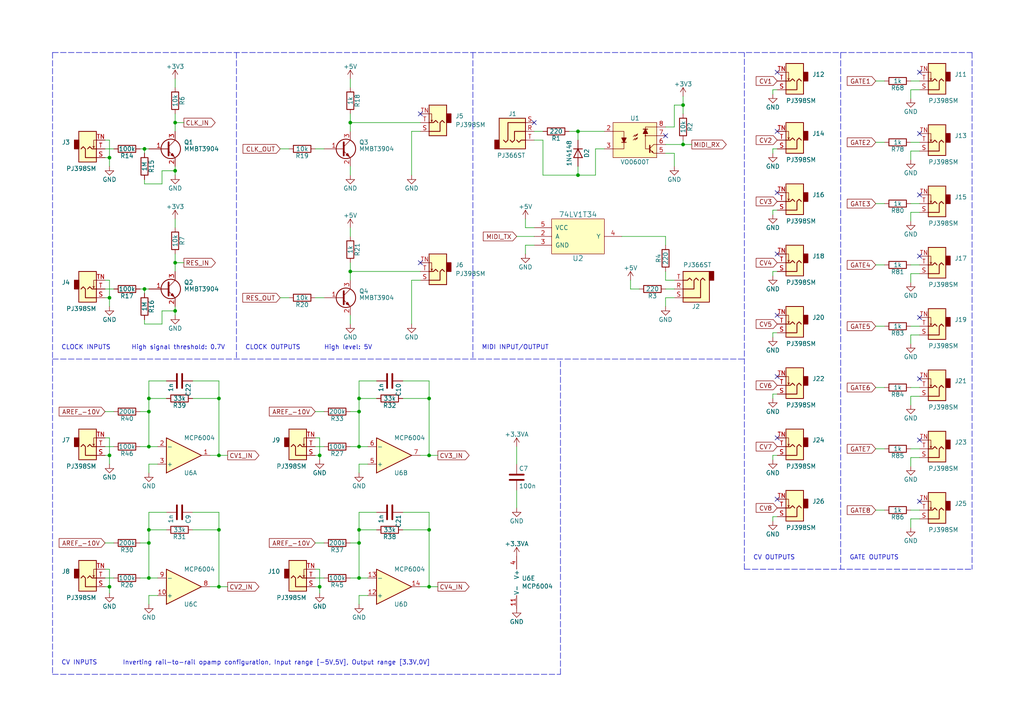
<source format=kicad_sch>
(kicad_sch (version 20211123) (generator eeschema)
  (paper "A4")
  (title_block (title "PER|FORMER eurorack sequencer") (date "2018-10-09") (rev "1.0") (company "westlicht") (comment 1 "cc-by-nc-sa"))
  (junction (at 124.46 170.18))
  (junction (at 63.5 153.67))
  (junction (at 104.14 115.57))
  (junction (at 198.12 41.91))
  (junction (at 104.14 153.67))
  (junction (at 50.8 49.53))
  (junction (at 101.6 78.74))
  (junction (at 31.75 132.08))
  (junction (at 31.75 45.72))
  (junction (at 92.71 132.08))
  (junction (at 167.64 38.1))
  (junction (at 50.8 35.56))
  (junction (at 43.18 129.54))
  (junction (at 43.18 115.57))
  (junction (at 50.8 76.2))
  (junction (at 124.46 115.57))
  (junction (at 63.5 170.18))
  (junction (at 198.12 30.48))
  (junction (at 43.18 153.67))
  (junction (at 41.91 83.82))
  (junction (at 92.71 170.18))
  (junction (at 124.46 153.67))
  (junction (at 104.14 167.64))
  (junction (at 104.14 119.38))
  (junction (at 31.75 86.36))
  (junction (at 43.18 167.64))
  (junction (at 50.8 90.17))
  (junction (at 43.18 119.38))
  (junction (at 167.64 50.8))
  (junction (at 124.46 132.08))
  (junction (at 63.5 115.57))
  (junction (at 101.6 35.56))
  (junction (at 31.75 170.18))
  (junction (at 104.14 129.54))
  (junction (at 104.14 157.48))
  (junction (at 41.91 43.18))
  (junction (at 63.5 132.08))
  (junction (at 43.18 157.48))
  (no_connect (at 266.7 127.635))
  (no_connect (at 225.425 38.1))
  (no_connect (at 225.425 20.955))
  (no_connect (at 225.425 91.44))
  (no_connect (at 225.425 109.22))
  (no_connect (at 121.92 76.2))
  (no_connect (at 266.7 74.295))
  (no_connect (at 266.7 56.515))
  (no_connect (at 266.7 92.075))
  (no_connect (at 225.425 73.66))
  (no_connect (at 266.7 109.855))
  (no_connect (at 225.425 127))
  (no_connect (at 225.425 144.78))
  (no_connect (at 121.92 33.02))
  (no_connect (at 225.425 55.88))
  (no_connect (at 154.94 35.56))
  (no_connect (at 266.7 38.735))
  (no_connect (at 266.7 145.415))
  (no_connect (at 193.04 39.37))
  (no_connect (at 266.7 20.955))
  (wire (pts (xy 43.18 148.59) (xy 43.18 153.67)))
  (wire (pts (xy 254 59.055) (xy 256.54 59.055)))
  (wire (pts (xy 165.1 38.1) (xy 167.64 38.1)))
  (wire (pts (xy 50.8 49.53) (xy 50.8 50.8)))
  (wire (pts (xy 43.18 115.57) (xy 43.18 119.38)))
  (wire (pts (xy 104.14 153.67) (xy 104.14 157.48)))
  (wire (pts (xy 31.75 45.72) (xy 31.75 40.64)))
  (wire (pts (xy 172.72 50.8) (xy 172.72 43.18)))
  (polyline (pts (xy 15.24 104.14) (xy 215.9 104.14)))
  (wire (pts (xy 101.6 129.54) (xy 104.14 129.54)))
  (wire (pts (xy 152.4 71.12) (xy 152.4 73.66)))
  (wire (pts (xy 266.7 61.595) (xy 264.16 61.595)))
  (wire (pts (xy 104.14 172.72) (xy 104.14 175.26)))
  (wire (pts (xy 50.8 76.2) (xy 53.34 76.2)))
  (wire (pts (xy 224.155 133.35) (xy 224.155 132.08)))
  (wire (pts (xy 116.84 153.67) (xy 124.46 153.67)))
  (wire (pts (xy 93.98 119.38) (xy 91.44 119.38)))
  (wire (pts (xy 157.48 50.8) (xy 167.64 50.8)))
  (wire (pts (xy 224.155 43.18) (xy 225.425 43.18)))
  (wire (pts (xy 41.91 53.34) (xy 41.91 52.07)))
  (wire (pts (xy 50.8 35.56) (xy 50.8 38.1)))
  (wire (pts (xy 63.5 153.67) (xy 63.5 170.18)))
  (wire (pts (xy 104.14 119.38) (xy 104.14 129.54)))
  (wire (pts (xy 31.75 132.08) (xy 31.75 134.62)))
  (wire (pts (xy 101.6 78.74) (xy 101.6 81.28)))
  (wire (pts (xy 104.14 110.49) (xy 104.14 115.57)))
  (wire (pts (xy 264.16 97.155) (xy 264.16 99.695)))
  (wire (pts (xy 154.94 71.12) (xy 152.4 71.12)))
  (wire (pts (xy 198.12 30.48) (xy 198.12 33.02)))
  (wire (pts (xy 93.98 157.48) (xy 91.44 157.48)))
  (wire (pts (xy 43.18 153.67) (xy 48.26 153.67)))
  (wire (pts (xy 266.7 112.395) (xy 264.16 112.395)))
  (wire (pts (xy 46.99 90.17) (xy 50.8 90.17)))
  (wire (pts (xy 45.72 134.62) (xy 43.18 134.62)))
  (wire (pts (xy 264.16 132.715) (xy 264.16 135.255)))
  (wire (pts (xy 40.64 43.18) (xy 41.91 43.18)))
  (wire (pts (xy 152.4 66.04) (xy 152.4 63.5)))
  (wire (pts (xy 224.155 78.74) (xy 225.425 78.74)))
  (wire (pts (xy 266.7 150.495) (xy 264.16 150.495)))
  (wire (pts (xy 167.64 50.8) (xy 172.72 50.8)))
  (wire (pts (xy 31.75 132.08) (xy 31.75 127)))
  (wire (pts (xy 266.7 43.815) (xy 264.16 43.815)))
  (wire (pts (xy 116.84 148.59) (xy 124.46 148.59)))
  (polyline (pts (xy 68.58 15.24) (xy 68.58 104.14)))
  (wire (pts (xy 264.16 43.815) (xy 264.16 46.355)))
  (wire (pts (xy 91.44 170.18) (xy 92.71 170.18)))
  (wire (pts (xy 43.18 172.72) (xy 43.18 175.26)))
  (wire (pts (xy 193.04 68.58) (xy 193.04 71.12)))
  (polyline (pts (xy 15.24 15.24) (xy 281.94 15.24)))
  (wire (pts (xy 41.91 43.18) (xy 43.18 43.18)))
  (wire (pts (xy 43.18 157.48) (xy 43.18 167.64)))
  (wire (pts (xy 172.72 43.18) (xy 175.26 43.18)))
  (wire (pts (xy 264.16 61.595) (xy 264.16 64.135)))
  (wire (pts (xy 266.7 147.955) (xy 264.16 147.955)))
  (wire (pts (xy 104.14 167.64) (xy 106.68 167.64)))
  (wire (pts (xy 30.48 132.08) (xy 31.75 132.08)))
  (wire (pts (xy 101.6 48.26) (xy 101.6 50.8)))
  (wire (pts (xy 195.58 44.45) (xy 195.58 48.26)))
  (wire (pts (xy 31.75 86.36) (xy 31.75 81.28)))
  (wire (pts (xy 264.16 79.375) (xy 264.16 81.915)))
  (wire (pts (xy 50.8 22.86) (xy 50.8 25.4)))
  (wire (pts (xy 266.7 130.175) (xy 264.16 130.175)))
  (wire (pts (xy 40.64 167.64) (xy 43.18 167.64)))
  (wire (pts (xy 149.86 129.54) (xy 149.86 134.62)))
  (wire (pts (xy 254 23.495) (xy 256.54 23.495)))
  (wire (pts (xy 119.38 38.1) (xy 119.38 50.8)))
  (polyline (pts (xy 15.24 15.24) (xy 15.24 195.58)))
  (wire (pts (xy 31.75 81.28) (xy 30.48 81.28)))
  (wire (pts (xy 266.7 114.935) (xy 264.16 114.935)))
  (wire (pts (xy 198.12 41.91) (xy 200.66 41.91)))
  (wire (pts (xy 104.14 115.57) (xy 109.22 115.57)))
  (wire (pts (xy 224.155 62.23) (xy 224.155 60.96)))
  (wire (pts (xy 195.58 81.28) (xy 193.04 81.28)))
  (polyline (pts (xy 281.94 15.24) (xy 281.94 165.1)))
  (wire (pts (xy 101.6 119.38) (xy 104.14 119.38)))
  (wire (pts (xy 55.88 153.67) (xy 63.5 153.67)))
  (polyline (pts (xy 162.56 195.58) (xy 162.56 104.14)))
  (wire (pts (xy 91.44 86.36) (xy 93.98 86.36)))
  (polyline (pts (xy 243.84 15.24) (xy 243.84 165.1)))
  (wire (pts (xy 81.28 43.18) (xy 83.82 43.18)))
  (wire (pts (xy 101.6 157.48) (xy 104.14 157.48)))
  (wire (pts (xy 157.48 40.64) (xy 157.48 50.8)))
  (wire (pts (xy 154.94 66.04) (xy 152.4 66.04)))
  (wire (pts (xy 31.75 165.1) (xy 30.48 165.1)))
  (wire (pts (xy 31.75 170.18) (xy 31.75 165.1)))
  (wire (pts (xy 50.8 90.17) (xy 50.8 91.44)))
  (wire (pts (xy 92.71 170.18) (xy 92.71 165.1)))
  (wire (pts (xy 224.155 97.79) (xy 224.155 96.52)))
  (wire (pts (xy 31.75 127) (xy 30.48 127)))
  (wire (pts (xy 40.64 157.48) (xy 43.18 157.48)))
  (wire (pts (xy 91.44 129.54) (xy 93.98 129.54)))
  (wire (pts (xy 266.7 97.155) (xy 264.16 97.155)))
  (wire (pts (xy 92.71 127) (xy 91.44 127)))
  (polyline (pts (xy 215.9 165.1) (xy 215.9 15.24)))
  (wire (pts (xy 266.7 26.035) (xy 264.16 26.035)))
  (wire (pts (xy 55.88 115.57) (xy 63.5 115.57)))
  (wire (pts (xy 101.6 35.56) (xy 121.92 35.56)))
  (wire (pts (xy 254 76.835) (xy 256.54 76.835)))
  (wire (pts (xy 50.8 63.5) (xy 50.8 66.04)))
  (wire (pts (xy 101.6 22.86) (xy 101.6 25.4)))
  (wire (pts (xy 116.84 110.49) (xy 124.46 110.49)))
  (wire (pts (xy 91.44 132.08) (xy 92.71 132.08)))
  (wire (pts (xy 30.48 129.54) (xy 33.02 129.54)))
  (wire (pts (xy 46.99 49.53) (xy 50.8 49.53)))
  (wire (pts (xy 266.7 23.495) (xy 264.16 23.495)))
  (wire (pts (xy 224.155 132.08) (xy 225.425 132.08)))
  (wire (pts (xy 31.75 86.36) (xy 31.75 88.9)))
  (wire (pts (xy 91.44 167.64) (xy 93.98 167.64)))
  (wire (pts (xy 198.12 27.94) (xy 198.12 30.48)))
  (wire (pts (xy 41.91 83.82) (xy 43.18 83.82)))
  (wire (pts (xy 43.18 134.62) (xy 43.18 137.16)))
  (wire (pts (xy 45.72 172.72) (xy 43.18 172.72)))
  (wire (pts (xy 124.46 132.08) (xy 127 132.08)))
  (wire (pts (xy 224.155 27.305) (xy 224.155 26.035)))
  (wire (pts (xy 224.155 115.57) (xy 224.155 114.3)))
  (wire (pts (xy 60.96 170.18) (xy 63.5 170.18)))
  (wire (pts (xy 104.14 153.67) (xy 109.22 153.67)))
  (wire (pts (xy 41.91 93.98) (xy 46.99 93.98)))
  (wire (pts (xy 167.64 50.8) (xy 167.64 48.26)))
  (wire (pts (xy 46.99 53.34) (xy 46.99 49.53)))
  (wire (pts (xy 101.6 33.02) (xy 101.6 35.56)))
  (wire (pts (xy 63.5 115.57) (xy 63.5 132.08)))
  (wire (pts (xy 31.75 45.72) (xy 31.75 48.26)))
  (wire (pts (xy 254 94.615) (xy 256.54 94.615)))
  (wire (pts (xy 101.6 78.74) (xy 121.92 78.74)))
  (wire (pts (xy 266.7 76.835) (xy 264.16 76.835)))
  (wire (pts (xy 63.5 170.18) (xy 66.04 170.18)))
  (wire (pts (xy 193.04 81.28) (xy 193.04 78.74)))
  (wire (pts (xy 50.8 33.02) (xy 50.8 35.56)))
  (wire (pts (xy 43.18 148.59) (xy 48.26 148.59)))
  (wire (pts (xy 41.91 53.34) (xy 46.99 53.34)))
  (wire (pts (xy 63.5 132.08) (xy 66.04 132.08)))
  (wire (pts (xy 101.6 66.04) (xy 101.6 68.58)))
  (wire (pts (xy 154.94 40.64) (xy 157.48 40.64)))
  (wire (pts (xy 92.71 132.08) (xy 92.71 127)))
  (wire (pts (xy 167.64 38.1) (xy 167.64 40.64)))
  (wire (pts (xy 30.48 167.64) (xy 33.02 167.64)))
  (wire (pts (xy 50.8 73.66) (xy 50.8 76.2)))
  (wire (pts (xy 63.5 110.49) (xy 63.5 115.57)))
  (wire (pts (xy 104.14 129.54) (xy 106.68 129.54)))
  (wire (pts (xy 121.92 38.1) (xy 119.38 38.1)))
  (wire (pts (xy 193.04 36.83) (xy 195.58 36.83)))
  (wire (pts (xy 43.18 110.49) (xy 43.18 115.57)))
  (wire (pts (xy 224.155 60.96) (xy 225.425 60.96)))
  (wire (pts (xy 266.7 59.055) (xy 264.16 59.055)))
  (wire (pts (xy 60.96 132.08) (xy 63.5 132.08)))
  (wire (pts (xy 30.48 83.82) (xy 33.02 83.82)))
  (wire (pts (xy 224.155 26.035) (xy 225.425 26.035)))
  (wire (pts (xy 195.58 83.82) (xy 193.04 83.82)))
  (wire (pts (xy 104.14 157.48) (xy 104.14 167.64)))
  (wire (pts (xy 266.7 94.615) (xy 264.16 94.615)))
  (wire (pts (xy 101.6 167.64) (xy 104.14 167.64)))
  (wire (pts (xy 224.155 44.45) (xy 224.155 43.18)))
  (wire (pts (xy 50.8 88.9) (xy 50.8 90.17)))
  (wire (pts (xy 41.91 93.98) (xy 41.91 92.71)))
  (wire (pts (xy 124.46 110.49) (xy 124.46 115.57)))
  (wire (pts (xy 92.71 132.08) (xy 92.71 133.35)))
  (wire (pts (xy 182.88 83.82) (xy 182.88 81.28)))
  (wire (pts (xy 116.84 115.57) (xy 124.46 115.57)))
  (wire (pts (xy 266.7 41.275) (xy 264.16 41.275)))
  (wire (pts (xy 40.64 83.82) (xy 41.91 83.82)))
  (wire (pts (xy 167.64 38.1) (xy 175.26 38.1)))
  (wire (pts (xy 101.6 76.2) (xy 101.6 78.74)))
  (wire (pts (xy 254 112.395) (xy 256.54 112.395)))
  (wire (pts (xy 106.68 172.72) (xy 104.14 172.72)))
  (wire (pts (xy 106.68 134.62) (xy 104.14 134.62)))
  (wire (pts (xy 104.14 134.62) (xy 104.14 137.16)))
  (wire (pts (xy 31.75 40.64) (xy 30.48 40.64)))
  (wire (pts (xy 119.38 81.28) (xy 119.38 93.98)))
  (wire (pts (xy 154.94 38.1) (xy 157.48 38.1)))
  (wire (pts (xy 55.88 110.49) (xy 63.5 110.49)))
  (wire (pts (xy 101.6 35.56) (xy 101.6 38.1)))
  (wire (pts (xy 33.02 157.48) (xy 30.48 157.48)))
  (wire (pts (xy 30.48 43.18) (xy 33.02 43.18)))
  (wire (pts (xy 104.14 148.59) (xy 109.22 148.59)))
  (wire (pts (xy 124.46 115.57) (xy 124.46 132.08)))
  (wire (pts (xy 224.155 114.3) (xy 225.425 114.3)))
  (wire (pts (xy 264.16 26.035) (xy 264.16 28.575)))
  (wire (pts (xy 46.99 93.98) (xy 46.99 90.17)))
  (wire (pts (xy 104.14 148.59) (xy 104.14 153.67)))
  (wire (pts (xy 124.46 170.18) (xy 127 170.18)))
  (wire (pts (xy 149.86 142.24) (xy 149.86 147.32)))
  (wire (pts (xy 50.8 35.56) (xy 53.34 35.56)))
  (wire (pts (xy 185.42 83.82) (xy 182.88 83.82)))
  (wire (pts (xy 254 130.175) (xy 256.54 130.175)))
  (wire (pts (xy 224.155 149.86) (xy 225.425 149.86)))
  (wire (pts (xy 121.92 170.18) (xy 124.46 170.18)))
  (wire (pts (xy 195.58 86.36) (xy 193.04 86.36)))
  (wire (pts (xy 30.48 45.72) (xy 31.75 45.72)))
  (wire (pts (xy 30.48 170.18) (xy 31.75 170.18)))
  (wire (pts (xy 254 41.275) (xy 256.54 41.275)))
  (wire (pts (xy 43.18 167.64) (xy 45.72 167.64)))
  (wire (pts (xy 149.86 68.58) (xy 154.94 68.58)))
  (wire (pts (xy 180.34 68.58) (xy 193.04 68.58)))
  (wire (pts (xy 31.75 170.18) (xy 31.75 172.085)))
  (wire (pts (xy 40.64 129.54) (xy 43.18 129.54)))
  (wire (pts (xy 43.18 115.57) (xy 48.26 115.57)))
  (wire (pts (xy 198.12 40.64) (xy 198.12 41.91)))
  (wire (pts (xy 81.28 86.36) (xy 83.82 86.36)))
  (wire (pts (xy 224.155 151.13) (xy 224.155 149.86)))
  (wire (pts (xy 224.155 96.52) (xy 225.425 96.52)))
  (wire (pts (xy 124.46 148.59) (xy 124.46 153.67)))
  (wire (pts (xy 104.14 115.57) (xy 104.14 119.38)))
  (wire (pts (xy 101.6 91.44) (xy 101.6 93.98)))
  (wire (pts (xy 193.04 44.45) (xy 195.58 44.45)))
  (wire (pts (xy 43.18 153.67) (xy 43.18 157.48)))
  (wire (pts (xy 195.58 36.83) (xy 195.58 30.48)))
  (wire (pts (xy 43.18 129.54) (xy 45.72 129.54)))
  (wire (pts (xy 193.04 86.36) (xy 193.04 88.9)))
  (wire (pts (xy 121.92 132.08) (xy 124.46 132.08)))
  (wire (pts (xy 104.14 110.49) (xy 109.22 110.49)))
  (wire (pts (xy 33.02 119.38) (xy 30.48 119.38)))
  (wire (pts (xy 266.7 79.375) (xy 264.16 79.375)))
  (wire (pts (xy 266.7 132.715) (xy 264.16 132.715)))
  (wire (pts (xy 50.8 76.2) (xy 50.8 78.74)))
  (wire (pts (xy 195.58 30.48) (xy 198.12 30.48)))
  (wire (pts (xy 43.18 119.38) (xy 43.18 129.54)))
  (wire (pts (xy 224.155 80.01) (xy 224.155 78.74)))
  (polyline (pts (xy 15.24 195.58) (xy 162.56 195.58)))
  (wire (pts (xy 121.92 81.28) (xy 119.38 81.28)))
  (wire (pts (xy 92.71 170.18) (xy 92.71 172.085)))
  (wire (pts (xy 63.5 148.59) (xy 63.5 153.67)))
  (wire (pts (xy 30.48 86.36) (xy 31.75 86.36)))
  (wire (pts (xy 43.18 110.49) (xy 48.26 110.49)))
  (polyline (pts (xy 137.16 15.24) (xy 137.16 104.14)))
  (wire (pts (xy 55.88 148.59) (xy 63.5 148.59)))
  (wire (pts (xy 264.16 150.495) (xy 264.16 153.035)))
  (wire (pts (xy 91.44 43.18) (xy 93.98 43.18)))
  (wire (pts (xy 40.64 119.38) (xy 43.18 119.38)))
  (wire (pts (xy 124.46 153.67) (xy 124.46 170.18)))
  (wire (pts (xy 41.91 44.45) (xy 41.91 43.18)))
  (wire (pts (xy 264.16 114.935) (xy 264.16 117.475)))
  (wire (pts (xy 92.71 165.1) (xy 91.44 165.1)))
  (wire (pts (xy 193.04 41.91) (xy 198.12 41.91)))
  (wire (pts (xy 254 147.955) (xy 256.54 147.955)))
  (wire (pts (xy 41.91 85.09) (xy 41.91 83.82)))
  (polyline (pts (xy 215.9 165.1) (xy 281.94 165.1)))
  (wire (pts (xy 50.8 48.26) (xy 50.8 49.53)))
  (text "CLOCK INPUTS" (at 17.78 101.6 0) (effects (font (size 1.2954 1.2954)) (justify left bottom)))
  (text "MIDI INPUT/OUTPUT" (at 139.7 101.6 0) (effects (font (size 1.2954 1.2954)) (justify left bottom)))
  (text "CLOCK OUTPUTS" (at 71.12 101.6 0) (effects (font (size 1.2954 1.2954)) (justify left bottom)))
  (text "CV INPUTS" (at 17.78 193.04 0) (effects (font (size 1.2954 1.2954)) (justify left bottom)))
  (text "High level: 5V" (at 93.98 101.6 0) (effects (font (size 1.2954 1.2954)) (justify left bottom)))
  (text "Inverting rail-to-rail opamp configuration, Input range [-5V,5V], Output range [3.3V,0V]" (at 35.56 193.04 0) (effects (font (size 1.2954 1.2954)) (justify left bottom)))
  (text "High signal threshold: 0.7V" (at 38.1 101.6 0) (effects (font (size 1.2954 1.2954)) (justify left bottom)))
  (text "GATE OUTPUTS" (at 246.38 162.56 0) (effects (font (size 1.2954 1.2954)) (justify left bottom)))
  (text "CV OUTPUTS" (at 218.44 162.56 0) (effects (font (size 1.2954 1.2954)) (justify left bottom)))
  (global_label "CV1" (shape input) (at 225.425 23.495 180) (effects (font (size 1.2954 1.2954))) (property "Intersheet References" "${INTERSHEET_REFS}" (effects hide)))
  (global_label "GATE4" (shape input) (at 254 76.835 180) (effects (font (size 1.2954 1.2954))) (property "Intersheet References" "${INTERSHEET_REFS}" (effects hide)))
  (global_label "CV2_IN" (shape output) (at 66.04 170.18 0) (effects (font (size 1.2954 1.2954))) (property "Intersheet References" "${INTERSHEET_REFS}" (effects hide)))
  (global_label "CV3_IN" (shape output) (at 127 132.08 0) (effects (font (size 1.2954 1.2954))) (property "Intersheet References" "${INTERSHEET_REFS}" (effects hide)))
  (global_label "MIDI_TX" (shape input) (at 149.86 68.58 180) (effects (font (size 1.2954 1.2954))) (property "Intersheet References" "${INTERSHEET_REFS}" (effects hide)))
  (global_label "AREF_-10V" (shape input) (at 30.48 119.38 180) (effects (font (size 1.2954 1.2954))) (property "Intersheet References" "${INTERSHEET_REFS}" (effects hide)))
  (global_label "GATE3" (shape input) (at 254 59.055 180) (effects (font (size 1.2954 1.2954))) (property "Intersheet References" "${INTERSHEET_REFS}" (effects hide)))
  (global_label "RES_IN" (shape output) (at 53.34 76.2 0) (effects (font (size 1.2954 1.2954))) (property "Intersheet References" "${INTERSHEET_REFS}" (effects hide)))
  (global_label "GATE7" (shape input) (at 254 130.175 180) (effects (font (size 1.2954 1.2954))) (property "Intersheet References" "${INTERSHEET_REFS}" (effects hide)))
  (global_label "GATE5" (shape input) (at 254 94.615 180) (effects (font (size 1.2954 1.2954))) (property "Intersheet References" "${INTERSHEET_REFS}" (effects hide)))
  (global_label "CV3" (shape input) (at 225.425 58.42 180) (effects (font (size 1.2954 1.2954))) (property "Intersheet References" "${INTERSHEET_REFS}" (effects hide)))
  (global_label "GATE1" (shape input) (at 254 23.495 180) (effects (font (size 1.2954 1.2954))) (property "Intersheet References" "${INTERSHEET_REFS}" (effects hide)))
  (global_label "RES_OUT" (shape input) (at 81.28 86.36 180) (effects (font (size 1.2954 1.2954))) (property "Intersheet References" "${INTERSHEET_REFS}" (effects hide)))
  (global_label "CV5" (shape input) (at 225.425 93.98 180) (effects (font (size 1.2954 1.2954))) (property "Intersheet References" "${INTERSHEET_REFS}" (effects hide)))
  (global_label "CV4_IN" (shape output) (at 127 170.18 0) (effects (font (size 1.2954 1.2954))) (property "Intersheet References" "${INTERSHEET_REFS}" (effects hide)))
  (global_label "CLK_OUT" (shape input) (at 81.28 43.18 180) (effects (font (size 1.2954 1.2954))) (property "Intersheet References" "${INTERSHEET_REFS}" (effects hide)))
  (global_label "AREF_-10V" (shape input) (at 30.48 157.48 180) (effects (font (size 1.2954 1.2954))) (property "Intersheet References" "${INTERSHEET_REFS}" (effects hide)))
  (global_label "GATE6" (shape input) (at 254 112.395 180) (effects (font (size 1.2954 1.2954))) (property "Intersheet References" "${INTERSHEET_REFS}" (effects hide)))
  (global_label "GATE2" (shape input) (at 254 41.275 180) (effects (font (size 1.2954 1.2954))) (property "Intersheet References" "${INTERSHEET_REFS}" (effects hide)))
  (global_label "CV7" (shape input) (at 225.425 129.54 180) (effects (font (size 1.2954 1.2954))) (property "Intersheet References" "${INTERSHEET_REFS}" (effects hide)))
  (global_label "MIDI_RX" (shape output) (at 200.66 41.91 0) (effects (font (size 1.2954 1.2954))) (property "Intersheet References" "${INTERSHEET_REFS}" (effects hide)))
  (global_label "CV8" (shape input) (at 225.425 147.32 180) (effects (font (size 1.2954 1.2954))) (property "Intersheet References" "${INTERSHEET_REFS}" (effects hide)))
  (global_label "GATE8" (shape input) (at 254 147.955 180) (effects (font (size 1.2954 1.2954))) (property "Intersheet References" "${INTERSHEET_REFS}" (effects hide)))
  (global_label "CV6" (shape input) (at 225.425 111.76 180) (effects (font (size 1.2954 1.2954))) (property "Intersheet References" "${INTERSHEET_REFS}" (effects hide)))
  (global_label "AREF_-10V" (shape input) (at 91.44 157.48 180) (effects (font (size 1.2954 1.2954))) (property "Intersheet References" "${INTERSHEET_REFS}" (effects hide)))
  (global_label "CV1_IN" (shape output) (at 66.04 132.08 0) (effects (font (size 1.2954 1.2954))) (property "Intersheet References" "${INTERSHEET_REFS}" (effects hide)))
  (global_label "CLK_IN" (shape output) (at 53.34 35.56 0) (effects (font (size 1.2954 1.2954))) (property "Intersheet References" "${INTERSHEET_REFS}" (effects hide)))
  (global_label "CV2" (shape input) (at 225.425 40.64 180) (effects (font (size 1.2954 1.2954))) (property "Intersheet References" "${INTERSHEET_REFS}" (effects hide)))
  (global_label "AREF_-10V" (shape input) (at 91.44 119.38 180) (effects (font (size 1.2954 1.2954))) (property "Intersheet References" "${INTERSHEET_REFS}" (effects hide)))
  (global_label "CV4" (shape input) (at 225.425 76.2 180) (effects (font (size 1.2954 1.2954))) (property "Intersheet References" "${INTERSHEET_REFS}" (effects hide)))
  (symbol (lib_id "Transistor_BJT:MMBT3904") (at 48.26 43.18 0) (unit 1)
    (property "Reference" "Q1" (at 53.34 41.275 0) (effects (justify left)))
    (property "Value" "MMBT3904" (at 53.34 43.18 0) (effects (justify left)))
    (property "Footprint" "Package_TO_SOT_SMD:SOT-23" (effects hide))
    (property "Datasheet" "http://datasheet.octopart.com/MMBT3904LT1G-ON-Semiconductor-datasheet-11971584.pdf" (effects hide))
    (property "MFN" "ON Semiconductor" (effects hide))
    (property "MFP" "MMBT3904LT1G" (effects hide))
    (property "Package" "SOT-23" (effects hide))
  )
  (symbol (lib_id "power:GND") (at 31.75 48.26 0) (unit 1)
    (property "Reference" "#PWR073" (effects hide))
    (property "Value" "GND" (at 31.75 52.07 0))
  )
  (symbol (lib_id "Device:R") (at 36.83 43.18 270) (unit 1)
    (property "Reference" "R14" (at 36.83 45.212 90))
    (property "Value" "100k" (at 36.83 43.18 90))
    (property "Footprint" "w_resistor:R_0603" (effects hide))
    (property "Datasheet" "http://datasheet.octopart.com/ERJ-3EKF1003V-Panasonic-datasheet-82288794.pdf" (effects hide))
    (property "MFN" "Panasonic" (effects hide))
    (property "MFP" "ERJ-3EKF1003V" (effects hide))
    (property "Package" "0603" (effects hide))
  )
  (symbol (lib_id "power:GND") (at 50.8 50.8 0) (unit 1)
    (property "Reference" "#PWR074" (effects hide))
    (property "Value" "GND" (at 50.8 54.61 0))
  )
  (symbol (lib_id "Device:R") (at 50.8 29.21 0) (unit 1)
    (property "Reference" "R6" (at 52.832 29.21 90))
    (property "Value" "10k" (at 50.8 29.21 90))
    (property "Footprint" "w_resistor:R_0603" (effects hide))
    (property "Datasheet" "http://datasheet.octopart.com/ERJ-3EKF1002V-Panasonic-datasheet-13266541.pdf" (effects hide))
    (property "MFN" "Panasonic" (effects hide))
    (property "MFP" "ERJ-3EKF1002V" (effects hide))
    (property "Package" "0603" (effects hide))
  )
  (symbol (lib_id "power:+3.3V") (at 50.8 22.86 0) (unit 1)
    (property "Reference" "#PWR075" (effects hide))
    (property "Value" "+3.3V" (at 50.8 19.304 0))
  )
  (symbol (lib_id "Transistor_BJT:MMBT3904") (at 48.26 83.82 0) (unit 1)
    (property "Reference" "Q2" (at 53.34 81.915 0) (effects (justify left)))
    (property "Value" "MMBT3904" (at 53.34 83.82 0) (effects (justify left)))
    (property "Footprint" "Package_TO_SOT_SMD:SOT-23" (effects hide))
    (property "Datasheet" "http://datasheet.octopart.com/MMBT3904LT1G-ON-Semiconductor-datasheet-11971584.pdf" (effects hide))
    (property "MFN" "ON Semiconductor" (effects hide))
    (property "MFP" "MMBT3904LT1G" (effects hide))
    (property "Package" "SOT-23" (effects hide))
  )
  (symbol (lib_id "power:GND") (at 31.75 88.9 0) (unit 1)
    (property "Reference" "#PWR076" (effects hide))
    (property "Value" "GND" (at 31.75 92.71 0))
  )
  (symbol (lib_id "Device:R") (at 36.83 83.82 270) (unit 1)
    (property "Reference" "R17" (at 36.83 85.852 90))
    (property "Value" "100k" (at 36.83 83.82 90))
    (property "Footprint" "w_resistor:R_0603" (effects hide))
    (property "Datasheet" "http://datasheet.octopart.com/ERJ-3EKF1003V-Panasonic-datasheet-82288794.pdf" (effects hide))
    (property "MFN" "Panasonic" (effects hide))
    (property "MFP" "ERJ-3EKF1003V" (effects hide))
    (property "Package" "0603" (effects hide))
  )
  (symbol (lib_id "power:GND") (at 50.8 91.44 0) (unit 1)
    (property "Reference" "#PWR077" (effects hide))
    (property "Value" "GND" (at 50.8 95.25 0))
  )
  (symbol (lib_id "Device:R") (at 50.8 69.85 0) (unit 1)
    (property "Reference" "R7" (at 52.832 69.85 90))
    (property "Value" "10k" (at 50.8 69.85 90))
    (property "Footprint" "w_resistor:R_0603" (effects hide))
    (property "Datasheet" "http://datasheet.octopart.com/ERJ-3EKF1002V-Panasonic-datasheet-13266541.pdf" (effects hide))
    (property "MFN" "Panasonic" (effects hide))
    (property "MFP" "ERJ-3EKF1002V" (effects hide))
    (property "Package" "0603" (effects hide))
  )
  (symbol (lib_id "power:+3.3V") (at 50.8 63.5 0) (unit 1)
    (property "Reference" "#PWR078" (effects hide))
    (property "Value" "+3.3V" (at 50.8 59.944 0))
  )
  (symbol (lib_id "power:GND") (at 119.38 50.8 0) (unit 1)
    (property "Reference" "#PWR079" (effects hide))
    (property "Value" "GND" (at 119.38 54.61 0))
  )
  (symbol (lib_id "Transistor_BJT:MMBT3904") (at 99.06 43.18 0) (unit 1)
    (property "Reference" "Q3" (at 104.14 41.275 0) (effects (justify left)))
    (property "Value" "MMBT3904" (at 104.14 43.18 0) (effects (justify left)))
    (property "Footprint" "Package_TO_SOT_SMD:SOT-23" (effects hide))
    (property "Datasheet" "http://datasheet.octopart.com/MMBT3904LT1G-ON-Semiconductor-datasheet-11971584.pdf" (effects hide))
    (property "MFN" "ON Semiconductor" (effects hide))
    (property "MFP" "MMBT3904LT1G" (effects hide))
    (property "Package" "SOT-23" (effects hide))
  )
  (symbol (lib_id "Device:R") (at 101.6 29.21 0) (unit 1)
    (property "Reference" "R18" (at 103.632 29.21 90))
    (property "Value" "1k" (at 101.6 29.21 90))
    (property "Footprint" "w_resistor:R_0603" (effects hide))
    (property "Datasheet" "http://datasheet.octopart.com/ERJ-3EKF1001V-Panasonic-datasheet-82288794.pdf" (effects hide))
    (property "MFN" "Panasonic" (effects hide))
    (property "MFP" "ERJ-3EKF1001V" (effects hide))
    (property "Package" "0603" (effects hide))
  )
  (symbol (lib_id "power:GND") (at 101.6 50.8 0) (unit 1)
    (property "Reference" "#PWR080" (effects hide))
    (property "Value" "GND" (at 101.6 54.61 0))
  )
  (symbol (lib_id "Device:R") (at 87.63 43.18 270) (unit 1)
    (property "Reference" "R19" (at 87.63 45.212 90))
    (property "Value" "10k" (at 87.63 43.18 90))
    (property "Footprint" "w_resistor:R_0603" (effects hide))
    (property "Datasheet" "http://datasheet.octopart.com/ERJ-3EKF1002V-Panasonic-datasheet-13266541.pdf" (effects hide))
    (property "MFN" "Panasonic" (effects hide))
    (property "MFP" "ERJ-3EKF1002V" (effects hide))
    (property "Package" "0603" (effects hide))
  )
  (symbol (lib_id "power:GND") (at 119.38 93.98 0) (unit 1)
    (property "Reference" "#PWR081" (effects hide))
    (property "Value" "GND" (at 119.38 97.79 0))
  )
  (symbol (lib_id "Transistor_BJT:MMBT3904") (at 99.06 86.36 0) (unit 1)
    (property "Reference" "Q4" (at 104.14 84.455 0) (effects (justify left)))
    (property "Value" "MMBT3904" (at 104.14 86.36 0) (effects (justify left)))
    (property "Footprint" "Package_TO_SOT_SMD:SOT-23" (effects hide))
    (property "Datasheet" "http://datasheet.octopart.com/MMBT3904LT1G-ON-Semiconductor-datasheet-11971584.pdf" (effects hide))
    (property "MFN" "ON Semiconductor" (effects hide))
    (property "MFP" "MMBT3904LT1G" (effects hide))
    (property "Package" "SOT-23" (effects hide))
  )
  (symbol (lib_id "Device:R") (at 101.6 72.39 0) (unit 1)
    (property "Reference" "R21" (at 103.632 72.39 90))
    (property "Value" "1k" (at 101.6 72.39 90))
    (property "Footprint" "w_resistor:R_0603" (effects hide))
    (property "Datasheet" "http://datasheet.octopart.com/ERJ-3EKF1001V-Panasonic-datasheet-82288794.pdf" (effects hide))
    (property "MFN" "Panasonic" (effects hide))
    (property "MFP" "ERJ-3EKF1001V" (effects hide))
    (property "Package" "0603" (effects hide))
  )
  (symbol (lib_id "power:GND") (at 101.6 93.98 0) (unit 1)
    (property "Reference" "#PWR082" (effects hide))
    (property "Value" "GND" (at 101.6 97.79 0))
  )
  (symbol (lib_id "Device:R") (at 87.63 86.36 270) (unit 1)
    (property "Reference" "R20" (at 87.63 88.392 90))
    (property "Value" "10k" (at 87.63 86.36 90))
    (property "Footprint" "w_resistor:R_0603" (effects hide))
    (property "Datasheet" "http://datasheet.octopart.com/ERJ-3EKF1002V-Panasonic-datasheet-13266541.pdf" (effects hide))
    (property "MFN" "Panasonic" (effects hide))
    (property "MFP" "ERJ-3EKF1002V" (effects hide))
    (property "Package" "0603" (effects hide))
  )
  (symbol (lib_id "power:GND") (at 264.16 28.575 0) (unit 1)
    (property "Reference" "#PWR091" (effects hide))
    (property "Value" "GND" (at 264.16 32.385 0))
  )
  (symbol (lib_id "power:GND") (at 264.16 46.355 0) (unit 1)
    (property "Reference" "#PWR092" (effects hide))
    (property "Value" "GND" (at 264.16 50.165 0))
  )
  (symbol (lib_id "power:GND") (at 264.16 64.135 0) (unit 1)
    (property "Reference" "#PWR093" (effects hide))
    (property "Value" "GND" (at 264.16 67.945 0))
  )
  (symbol (lib_id "power:GND") (at 264.16 81.915 0) (unit 1)
    (property "Reference" "#PWR094" (effects hide))
    (property "Value" "GND" (at 264.16 85.725 0))
  )
  (symbol (lib_id "power:GND") (at 264.16 99.695 0) (unit 1)
    (property "Reference" "#PWR095" (effects hide))
    (property "Value" "GND" (at 264.16 103.505 0))
  )
  (symbol (lib_id "power:GND") (at 264.16 117.475 0) (unit 1)
    (property "Reference" "#PWR096" (effects hide))
    (property "Value" "GND" (at 264.16 121.285 0))
  )
  (symbol (lib_id "power:GND") (at 264.16 135.255 0) (unit 1)
    (property "Reference" "#PWR097" (effects hide))
    (property "Value" "GND" (at 264.16 139.065 0))
  )
  (symbol (lib_id "power:GND") (at 264.16 153.035 0) (unit 1)
    (property "Reference" "#PWR098" (effects hide))
    (property "Value" "GND" (at 264.16 156.845 0))
  )
  (symbol (lib_id "Device:R") (at 260.35 23.495 270) (unit 1)
    (property "Reference" "R68" (at 260.35 25.527 90))
    (property "Value" "1k" (at 260.35 23.495 90))
    (property "Footprint" "w_resistor:R_0603" (effects hide))
    (property "Datasheet" "http://datasheet.octopart.com/ERJ-3EKF1001V-Panasonic-datasheet-82288794.pdf" (effects hide))
    (property "MFN" "Panasonic" (effects hide))
    (property "MFP" "ERJ-3EKF1001V" (effects hide))
    (property "Package" "0603" (effects hide))
  )
  (symbol (lib_id "Device:R") (at 260.35 41.275 270) (unit 1)
    (property "Reference" "R78" (at 260.35 43.307 90))
    (property "Value" "1k" (at 260.35 41.275 90))
    (property "Footprint" "w_resistor:R_0603" (effects hide))
    (property "Datasheet" "http://datasheet.octopart.com/ERJ-3EKF1001V-Panasonic-datasheet-82288794.pdf" (effects hide))
    (property "MFN" "Panasonic" (effects hide))
    (property "MFP" "ERJ-3EKF1001V" (effects hide))
    (property "Package" "0603" (effects hide))
  )
  (symbol (lib_id "Device:R") (at 260.35 59.055 270) (unit 1)
    (property "Reference" "R80" (at 260.35 61.087 90))
    (property "Value" "1k" (at 260.35 59.055 90))
    (property "Footprint" "w_resistor:R_0603" (effects hide))
    (property "Datasheet" "http://datasheet.octopart.com/ERJ-3EKF1001V-Panasonic-datasheet-82288794.pdf" (effects hide))
    (property "MFN" "Panasonic" (effects hide))
    (property "MFP" "ERJ-3EKF1001V" (effects hide))
    (property "Package" "0603" (effects hide))
  )
  (symbol (lib_id "Device:R") (at 260.35 76.835 270) (unit 1)
    (property "Reference" "R81" (at 260.35 78.867 90))
    (property "Value" "1k" (at 260.35 76.835 90))
    (property "Footprint" "w_resistor:R_0603" (effects hide))
    (property "Datasheet" "http://datasheet.octopart.com/ERJ-3EKF1001V-Panasonic-datasheet-82288794.pdf" (effects hide))
    (property "MFN" "Panasonic" (effects hide))
    (property "MFP" "ERJ-3EKF1001V" (effects hide))
    (property "Package" "0603" (effects hide))
  )
  (symbol (lib_id "Device:R") (at 260.35 94.615 270) (unit 1)
    (property "Reference" "R83" (at 260.35 96.647 90))
    (property "Value" "1k" (at 260.35 94.615 90))
    (property "Footprint" "w_resistor:R_0603" (effects hide))
    (property "Datasheet" "http://datasheet.octopart.com/ERJ-3EKF1001V-Panasonic-datasheet-82288794.pdf" (effects hide))
    (property "MFN" "Panasonic" (effects hide))
    (property "MFP" "ERJ-3EKF1001V" (effects hide))
    (property "Package" "0603" (effects hide))
  )
  (symbol (lib_id "Device:R") (at 260.35 112.395 270) (unit 1)
    (property "Reference" "R84" (at 260.35 114.427 90))
    (property "Value" "1k" (at 260.35 112.395 90))
    (property "Footprint" "w_resistor:R_0603" (effects hide))
    (property "Datasheet" "http://datasheet.octopart.com/ERJ-3EKF1001V-Panasonic-datasheet-82288794.pdf" (effects hide))
    (property "MFN" "Panasonic" (effects hide))
    (property "MFP" "ERJ-3EKF1001V" (effects hide))
    (property "Package" "0603" (effects hide))
  )
  (symbol (lib_id "Device:R") (at 260.35 130.175 270) (unit 1)
    (property "Reference" "R85" (at 260.35 132.207 90))
    (property "Value" "1k" (at 260.35 130.175 90))
    (property "Footprint" "w_resistor:R_0603" (effects hide))
    (property "Datasheet" "http://datasheet.octopart.com/ERJ-3EKF1001V-Panasonic-datasheet-82288794.pdf" (effects hide))
    (property "MFN" "Panasonic" (effects hide))
    (property "MFP" "ERJ-3EKF1001V" (effects hide))
    (property "Package" "0603" (effects hide))
  )
  (symbol (lib_id "Device:R") (at 260.35 147.955 270) (unit 1)
    (property "Reference" "R86" (at 260.35 149.987 90))
    (property "Value" "1k" (at 260.35 147.955 90))
    (property "Footprint" "w_resistor:R_0603" (effects hide))
    (property "Datasheet" "http://datasheet.octopart.com/ERJ-3EKF1001V-Panasonic-datasheet-82288794.pdf" (effects hide))
    (property "MFN" "Panasonic" (effects hide))
    (property "MFP" "ERJ-3EKF1001V" (effects hide))
    (property "Package" "0603" (effects hide))
  )
  (symbol (lib_id "w_opto:6N137") (at 184.15 40.64 0) (unit 1)
    (property "Reference" "U1" (at 184.15 34.29 0))
    (property "Value" "VO0600T" (at 184.15 46.99 0))
    (property "Footprint" "Package_SO:SOIC-8_3.9x4.9mm_P1.27mm" (effects hide))
    (property "Datasheet" "http://datasheet.octopart.com/VO0600T-Vishay-datasheet-8549194.pdf" (effects hide))
    (property "MFN" "Vishay" (effects hide))
    (property "MFP" "VO0600T" (effects hide))
    (property "Package" "SOIC-8" (effects hide))
  )
  (symbol (lib_id "Device:D") (at 167.64 44.45 270) (unit 1)
    (property "Reference" "D2" (at 170.18 44.45 0))
    (property "Value" "1N4148" (at 165.1 44.45 0))
    (property "Footprint" "w_diode:D_SOD-123" (effects hide))
    (property "Datasheet" "http://datasheet.octopart.com/1N4148W-7-F-Diodes-Inc.-datasheet-12518151.pdf" (effects hide))
    (property "MFN" "Diodes Inc." (effects hide))
    (property "MFP" "1N4148W-7-F" (effects hide))
    (property "Package" "SOD-123" (effects hide))
  )
  (symbol (lib_id "power:GND") (at 193.04 88.9 0) (mirror y) (unit 1)
    (property "Reference" "#PWR0110" (effects hide))
    (property "Value" "GND" (at 193.04 92.71 0))
  )
  (symbol (lib_id "Device:R") (at 189.23 83.82 90) (mirror x) (unit 1)
    (property "Reference" "R3" (at 189.23 85.852 90))
    (property "Value" "220" (at 189.23 83.82 90))
    (property "Footprint" "w_resistor:R_0603" (effects hide))
    (property "Datasheet" "http://datasheet.octopart.com/ERJ3EKF2200V-Panasonic-datasheet-13266541.pdf" (effects hide))
    (property "MFN" "Panasonic" (effects hide))
    (property "MFP" "ERJ-3EKF2200V" (effects hide))
    (property "Package" "0603" (effects hide))
  )
  (symbol (lib_id "Device:R") (at 161.29 38.1 270) (unit 1)
    (property "Reference" "R1" (at 161.29 40.132 90))
    (property "Value" "220" (at 161.29 38.1 90))
    (property "Footprint" "w_resistor:R_0603" (effects hide))
    (property "Datasheet" "http://datasheet.octopart.com/ERJ3EKF2200V-Panasonic-datasheet-13266541.pdf" (effects hide))
    (property "MFN" "Panasonic" (effects hide))
    (property "MFP" "ERJ-3EKF2200V" (effects hide))
    (property "Package" "0603" (effects hide))
  )
  (symbol (lib_id "Device:R") (at 193.04 74.93 0) (mirror y) (unit 1)
    (property "Reference" "R4" (at 191.008 74.93 90))
    (property "Value" "220" (at 193.04 74.93 90))
    (property "Footprint" "w_resistor:R_0603" (effects hide))
    (property "Datasheet" "http://datasheet.octopart.com/ERJ3EKF2200V-Panasonic-datasheet-13266541.pdf" (effects hide))
    (property "MFN" "Panasonic" (effects hide))
    (property "MFP" "ERJ-3EKF2200V" (effects hide))
    (property "Package" "0603" (effects hide))
  )
  (symbol (lib_id "power:GND") (at 195.58 48.26 0) (unit 1)
    (property "Reference" "#PWR0108" (effects hide))
    (property "Value" "GND" (at 195.58 52.07 0))
  )
  (symbol (lib_id "Device:R") (at 198.12 36.83 0) (unit 1)
    (property "Reference" "R2" (at 200.152 36.83 90))
    (property "Value" "10k" (at 198.12 36.83 90))
    (property "Footprint" "w_resistor:R_0603" (effects hide))
    (property "Datasheet" "http://datasheet.octopart.com/ERJ-3EKF1002V-Panasonic-datasheet-13266541.pdf" (effects hide))
    (property "MFN" "Panasonic" (effects hide))
    (property "MFP" "ERJ-3EKF1002V" (effects hide))
    (property "Package" "0603" (effects hide))
  )
  (symbol (lib_id "power:+3.3V") (at 198.12 27.94 0) (unit 1)
    (property "Reference" "#PWR0109" (effects hide))
    (property "Value" "+3.3V" (at 198.12 24.384 0))
  )
  (symbol (lib_id "Amplifier_Operational:MCP6004") (at 53.34 132.08 0) (mirror x) (unit 1)
    (property "Reference" "U6" (at 53.34 137.16 0) (effects (justify left)))
    (property "Value" "MCP6004" (at 53.34 127 0) (effects (justify left)))
    (property "Footprint" "Package_SO:SOIC-14_3.9x8.7mm_P1.27mm" (effects hide))
    (property "Datasheet" "http://datasheet.octopart.com/MCP6004-I/SL-Microchip-datasheet-8823409.pdf" (effects hide))
    (property "MFN" "Microchip" (effects hide))
    (property "MFP" "MCP6004-I/SL" (effects hide))
    (property "Package" "SOIC-14" (effects hide))
  )
  (symbol (lib_id "Amplifier_Operational:MCP6004") (at 53.34 170.18 0) (mirror x) (unit 3)
    (property "Reference" "U6" (at 53.34 175.26 0) (effects (justify left)))
    (property "Value" "MCP6004" (at 53.34 165.1 0) (effects (justify left)))
    (property "Footprint" "Package_SO:SOIC-14_3.9x8.7mm_P1.27mm" (effects hide))
    (property "Datasheet" "http://datasheet.octopart.com/MCP6004-I/SL-Microchip-datasheet-8823409.pdf" (effects hide))
    (property "MFN" "Microchip" (effects hide))
    (property "MFP" "MCP6004-I/SL" (effects hide))
    (property "Package" "SOIC-14" (effects hide))
  )
  (symbol (lib_id "Amplifier_Operational:MCP6004") (at 114.3 132.08 0) (mirror x) (unit 2)
    (property "Reference" "U6" (at 114.3 137.16 0) (effects (justify left)))
    (property "Value" "MCP6004" (at 114.3 127 0) (effects (justify left)))
    (property "Footprint" "Package_SO:SOIC-14_3.9x8.7mm_P1.27mm" (effects hide))
    (property "Datasheet" "http://datasheet.octopart.com/MCP6004-I/SL-Microchip-datasheet-8823409.pdf" (effects hide))
    (property "MFN" "Microchip" (effects hide))
    (property "MFP" "MCP6004-I/SL" (effects hide))
    (property "Package" "SOIC-14" (effects hide))
  )
  (symbol (lib_id "Amplifier_Operational:MCP6004") (at 114.3 170.18 0) (mirror x) (unit 4)
    (property "Reference" "U6" (at 114.3 175.26 0) (effects (justify left)))
    (property "Value" "MCP6004" (at 114.3 165.1 0) (effects (justify left)))
    (property "Footprint" "Package_SO:SOIC-14_3.9x8.7mm_P1.27mm" (effects hide))
    (property "Datasheet" "http://datasheet.octopart.com/MCP6004-I/SL-Microchip-datasheet-8823409.pdf" (effects hide))
    (property "MFN" "Microchip" (effects hide))
    (property "MFP" "MCP6004-I/SL" (effects hide))
    (property "Package" "SOIC-14" (effects hide))
  )
  (symbol (lib_id "Device:R") (at 36.83 129.54 270) (unit 1)
    (property "Reference" "R46" (at 36.83 131.572 90))
    (property "Value" "100k" (at 36.83 129.54 90))
    (property "Footprint" "w_resistor:R_0603" (effects hide))
    (property "Datasheet" "http://datasheet.octopart.com/ERJ-3EKF1003V-Panasonic-datasheet-82288794.pdf" (effects hide))
    (property "MFN" "Panasonic" (effects hide))
    (property "MFP" "ERJ-3EKF1003V" (effects hide))
    (property "Package" "0603" (effects hide))
  )
  (symbol (lib_id "Device:R") (at 36.83 119.38 270) (unit 1)
    (property "Reference" "R40" (at 36.83 121.412 90))
    (property "Value" "200k" (at 36.83 119.38 90))
    (property "Footprint" "w_resistor:R_0603" (effects hide))
    (property "Datasheet" "http://datasheet.octopart.com/ERJ-3EKF2003V-Panasonic-datasheet-13266541.pdf" (effects hide))
    (property "MFN" "Panasonic" (effects hide))
    (property "MFP" "ERJ-3EKF2003V" (effects hide))
    (property "Package" "0603" (effects hide))
  )
  (symbol (lib_id "power:GND") (at 31.75 134.62 0) (unit 1)
    (property "Reference" "#PWR099" (effects hide))
    (property "Value" "GND" (at 31.75 138.43 0))
  )
  (symbol (lib_id "power:GND") (at 43.18 137.16 0) (unit 1)
    (property "Reference" "#PWR0100" (effects hide))
    (property "Value" "GND" (at 43.18 140.97 0))
  )
  (symbol (lib_id "Device:R") (at 52.07 115.57 270) (unit 1)
    (property "Reference" "R39" (at 52.07 117.602 90))
    (property "Value" "33k" (at 52.07 115.57 90))
    (property "Footprint" "w_resistor:R_0603" (effects hide))
    (property "Datasheet" "http://datasheet.octopart.com/ERJ3EKF3302V-Panasonic-datasheet-13266541.pdf" (effects hide))
    (property "MFN" "Panasonic" (effects hide))
    (property "MFP" "ERJ-3EKF3302V" (effects hide))
    (property "Package" "0603" (effects hide))
  )
  (symbol (lib_id "Device:C") (at 52.07 110.49 270) (unit 1)
    (property "Reference" "C22" (at 54.61 111.125 0) (effects (justify left)))
    (property "Value" "1n" (at 49.53 111.125 0) (effects (justify left)))
    (property "Footprint" "w_capacitor:C_0603" (effects hide))
    (property "Datasheet" "http://datasheet.octopart.com/GRM1885C1H102FA01J-Murata-datasheet-66077081.pdf" (effects hide))
    (property "MFN" "Murata" (effects hide))
    (property "MFP" "GRM1885C1H102FA01J" (effects hide))
    (property "Package" "0603" (effects hide))
  )
  (symbol (lib_id "Device:R") (at 36.83 167.64 270) (unit 1)
    (property "Reference" "R26" (at 36.83 169.672 90))
    (property "Value" "100k" (at 36.83 167.64 90))
    (property "Footprint" "w_resistor:R_0603" (effects hide))
    (property "Datasheet" "http://datasheet.octopart.com/ERJ-3EKF1003V-Panasonic-datasheet-82288794.pdf" (effects hide))
    (property "MFN" "Panasonic" (effects hide))
    (property "MFP" "ERJ-3EKF1003V" (effects hide))
    (property "Package" "0603" (effects hide))
  )
  (symbol (lib_id "Device:R") (at 36.83 157.48 270) (unit 1)
    (property "Reference" "R30" (at 36.83 159.512 90))
    (property "Value" "200k" (at 36.83 157.48 90))
    (property "Footprint" "w_resistor:R_0603" (effects hide))
    (property "Datasheet" "http://datasheet.octopart.com/ERJ-3EKF2003V-Panasonic-datasheet-13266541.pdf" (effects hide))
    (property "MFN" "Panasonic" (effects hide))
    (property "MFP" "ERJ-3EKF2003V" (effects hide))
    (property "Package" "0603" (effects hide))
  )
  (symbol (lib_id "power:GND") (at 31.75 172.085 0) (unit 1)
    (property "Reference" "#PWR0101" (effects hide))
    (property "Value" "GND" (at 31.75 175.895 0))
  )
  (symbol (lib_id "power:GND") (at 43.18 175.26 0) (unit 1)
    (property "Reference" "#PWR0102" (effects hide))
    (property "Value" "GND" (at 43.18 179.07 0))
  )
  (symbol (lib_id "Device:R") (at 52.07 153.67 270) (unit 1)
    (property "Reference" "R31" (at 52.07 155.702 90))
    (property "Value" "33k" (at 52.07 153.67 90))
    (property "Footprint" "w_resistor:R_0603" (effects hide))
    (property "Datasheet" "http://datasheet.octopart.com/ERJ3EKF3302V-Panasonic-datasheet-13266541.pdf" (effects hide))
    (property "MFN" "Panasonic" (effects hide))
    (property "MFP" "ERJ-3EKF3302V" (effects hide))
    (property "Package" "0603" (effects hide))
  )
  (symbol (lib_id "Device:C") (at 52.07 148.59 270) (unit 1)
    (property "Reference" "C9" (at 54.61 149.225 0) (effects (justify left)))
    (property "Value" "1n" (at 49.53 149.225 0) (effects (justify left)))
    (property "Footprint" "w_capacitor:C_0603" (effects hide))
    (property "Datasheet" "http://datasheet.octopart.com/GRM1885C1H102FA01J-Murata-datasheet-66077081.pdf" (effects hide))
    (property "MFN" "Murata" (effects hide))
    (property "MFP" "GRM1885C1H102FA01J" (effects hide))
    (property "Package" "0603" (effects hide))
  )
  (symbol (lib_id "Device:R") (at 97.79 129.54 270) (unit 1)
    (property "Reference" "R27" (at 97.79 131.572 90))
    (property "Value" "100k" (at 97.79 129.54 90))
    (property "Footprint" "w_resistor:R_0603" (effects hide))
    (property "Datasheet" "http://datasheet.octopart.com/ERJ-3EKF1003V-Panasonic-datasheet-82288794.pdf" (effects hide))
    (property "MFN" "Panasonic" (effects hide))
    (property "MFP" "ERJ-3EKF1003V" (effects hide))
    (property "Package" "0603" (effects hide))
  )
  (symbol (lib_id "Device:R") (at 97.79 119.38 270) (unit 1)
    (property "Reference" "R33" (at 97.79 121.412 90))
    (property "Value" "200k" (at 97.79 119.38 90))
    (property "Footprint" "w_resistor:R_0603" (effects hide))
    (property "Datasheet" "http://datasheet.octopart.com/ERJ-3EKF2003V-Panasonic-datasheet-13266541.pdf" (effects hide))
    (property "MFN" "Panasonic" (effects hide))
    (property "MFP" "ERJ-3EKF2003V" (effects hide))
    (property "Package" "0603" (effects hide))
  )
  (symbol (lib_id "power:GND") (at 92.71 133.35 0) (unit 1)
    (property "Reference" "#PWR0103" (effects hide))
    (property "Value" "GND" (at 92.71 137.16 0))
  )
  (symbol (lib_id "power:GND") (at 104.14 137.16 0) (unit 1)
    (property "Reference" "#PWR0104" (effects hide))
    (property "Value" "GND" (at 104.14 140.97 0))
  )
  (symbol (lib_id "Device:R") (at 113.03 115.57 270) (unit 1)
    (property "Reference" "R32" (at 113.03 117.602 90))
    (property "Value" "33k" (at 113.03 115.57 90))
    (property "Footprint" "w_resistor:R_0603" (effects hide))
    (property "Datasheet" "http://datasheet.octopart.com/ERJ3EKF3302V-Panasonic-datasheet-13266541.pdf" (effects hide))
    (property "MFN" "Panasonic" (effects hide))
    (property "MFP" "ERJ-3EKF3302V" (effects hide))
    (property "Package" "0603" (effects hide))
  )
  (symbol (lib_id "Device:C") (at 113.03 110.49 270) (unit 1)
    (property "Reference" "C10" (at 115.57 111.125 0) (effects (justify left)))
    (property "Value" "1n" (at 110.49 111.125 0) (effects (justify left)))
    (property "Footprint" "w_capacitor:C_0603" (effects hide))
    (property "Datasheet" "http://datasheet.octopart.com/GRM1885C1H102FA01J-Murata-datasheet-66077081.pdf" (effects hide))
    (property "MFN" "Murata" (effects hide))
    (property "MFP" "GRM1885C1H102FA01J" (effects hide))
    (property "Package" "0603" (effects hide))
  )
  (symbol (lib_id "Device:R") (at 97.79 167.64 270) (unit 1)
    (property "Reference" "R45" (at 97.79 169.672 90))
    (property "Value" "100k" (at 97.79 167.64 90))
    (property "Footprint" "w_resistor:R_0603" (effects hide))
    (property "Datasheet" "http://datasheet.octopart.com/ERJ-3EKF1003V-Panasonic-datasheet-82288794.pdf" (effects hide))
    (property "MFN" "Panasonic" (effects hide))
    (property "MFP" "ERJ-3EKF1003V" (effects hide))
    (property "Package" "0603" (effects hide))
  )
  (symbol (lib_id "Device:R") (at 97.79 157.48 270) (unit 1)
    (property "Reference" "R37" (at 97.79 159.512 90))
    (property "Value" "200k" (at 97.79 157.48 90))
    (property "Footprint" "w_resistor:R_0603" (effects hide))
    (property "Datasheet" "http://datasheet.octopart.com/ERJ-3EKF2003V-Panasonic-datasheet-13266541.pdf" (effects hide))
    (property "MFN" "Panasonic" (effects hide))
    (property "MFP" "ERJ-3EKF2003V" (effects hide))
    (property "Package" "0603" (effects hide))
  )
  (symbol (lib_id "power:GND") (at 92.71 172.085 0) (unit 1)
    (property "Reference" "#PWR0105" (effects hide))
    (property "Value" "GND" (at 92.71 175.895 0))
  )
  (symbol (lib_id "power:GND") (at 104.14 175.26 0) (unit 1)
    (property "Reference" "#PWR0106" (effects hide))
    (property "Value" "GND" (at 104.14 179.07 0))
  )
  (symbol (lib_id "Device:R") (at 113.03 153.67 270) (unit 1)
    (property "Reference" "R38" (at 113.03 155.702 90))
    (property "Value" "33k" (at 113.03 153.67 90))
    (property "Footprint" "w_resistor:R_0603" (effects hide))
    (property "Datasheet" "http://datasheet.octopart.com/ERJ3EKF3302V-Panasonic-datasheet-13266541.pdf" (effects hide))
    (property "MFN" "Panasonic" (effects hide))
    (property "MFP" "ERJ-3EKF3302V" (effects hide))
    (property "Package" "0603" (effects hide))
  )
  (symbol (lib_id "Device:C") (at 113.03 148.59 270) (unit 1)
    (property "Reference" "C21" (at 115.57 149.225 0) (effects (justify left)))
    (property "Value" "1n" (at 110.49 149.225 0) (effects (justify left)))
    (property "Footprint" "w_capacitor:C_0603" (effects hide))
    (property "Datasheet" "http://datasheet.octopart.com/GRM1885C1H102FA01J-Murata-datasheet-66077081.pdf" (effects hide))
    (property "MFN" "Murata" (effects hide))
    (property "MFP" "GRM1885C1H102FA01J" (effects hide))
    (property "Package" "0603" (effects hide))
  )
  (symbol (lib_id "Device:C") (at 149.86 138.43 0) (unit 1)
    (property "Reference" "C7" (at 150.495 135.89 0) (effects (justify left)))
    (property "Value" "100n" (at 150.495 140.97 0) (effects (justify left)))
    (property "Footprint" "w_capacitor:C_0603" (effects hide))
    (property "Datasheet" "http://datasheet.octopart.com/GRM188R71E104JA01J-Murata-datasheet-66077098.pdf" (effects hide))
    (property "MFN" "Murata" (effects hide))
    (property "MFP" "GRM188R71E104JA01J" (effects hide))
    (property "Package" "0603" (effects hide))
  )
  (symbol (lib_id "power:GND") (at 149.86 147.32 0) (unit 1)
    (property "Reference" "#PWR0107" (effects hide))
    (property "Value" "GND" (at 149.86 151.13 0))
  )
  (symbol (lib_id "power:+5V") (at 101.6 22.86 0) (unit 1)
    (property "Reference" "#PWR0111" (effects hide))
    (property "Value" "+5V" (at 101.6 19.304 0))
  )
  (symbol (lib_id "power:+5V") (at 101.6 66.04 0) (unit 1)
    (property "Reference" "#PWR0112" (effects hide))
    (property "Value" "+5V" (at 101.6 62.484 0))
  )
  (symbol (lib_id "power:+5V") (at 182.88 81.28 0) (unit 1)
    (property "Reference" "#PWR0113" (effects hide))
    (property "Value" "+5V" (at 182.88 77.724 0))
  )
  (symbol (lib_id "w_logic:74LV1T34") (at 154.94 66.04 0) (unit 1)
    (property "Reference" "U2" (at 167.64 74.93 0) (effects (font (size 1.524 1.524))))
    (property "Value" "74LV1T34" (at 167.64 62.23 0) (effects (font (size 1.524 1.524))))
    (property "Footprint" "Package_TO_SOT_SMD:SOT-23-5" (effects hide))
    (property "Datasheet" "https://octopart.com/click/track?ct=datasheets&hlid=24919287&ppid=33260490&sid=370&sig=060f3df" (effects hide))
    (property "MFN" "Texas Instruments" (effects hide))
    (property "MFP" "SN74LV1T34DBVR" (effects hide))
    (property "Package" "SOT-23-5" (effects hide))
  )
  (symbol (lib_id "power:+5V") (at 152.4 63.5 0) (unit 1)
    (property "Reference" "#PWR0114" (effects hide))
    (property "Value" "+5V" (at 152.4 59.944 0))
  )
  (symbol (lib_id "power:GND") (at 152.4 73.66 0) (unit 1)
    (property "Reference" "#PWR0115" (effects hide))
    (property "Value" "GND" (at 152.4 77.47 0))
  )
  (symbol (lib_id "power:GND") (at 149.86 176.53 0) (unit 1)
    (property "Reference" "#PWR0117" (effects hide))
    (property "Value" "GND" (at 149.86 180.34 0))
  )
  (symbol (lib_id "power:+3.3VA") (at 149.86 161.29 0) (unit 1)
    (property "Reference" "#PWR0121" (effects hide))
    (property "Value" "+3.3VA" (at 149.86 157.734 0))
  )
  (symbol (lib_id "power:+3.3VA") (at 149.86 129.54 0) (unit 1)
    (property "Reference" "#PWR0124" (effects hide))
    (property "Value" "+3.3VA" (at 149.86 125.984 0))
  )
  (symbol (lib_id "Device:R") (at 41.91 48.26 0) (unit 1)
    (property "Reference" "R15" (at 43.942 48.26 90))
    (property "Value" "1M" (at 41.91 48.26 90))
    (property "Footprint" "w_resistor:R_0603" (effects hide))
    (property "Datasheet" "http://datasheet.octopart.com/ERJ-3EKF1004V-Panasonic-datasheet-13266541.pdf" (effects hide))
    (property "MFN" "Panasonic" (effects hide))
    (property "MFP" "ERJ-3EKF1004V" (effects hide))
    (property "Package" "0603" (effects hide))
  )
  (symbol (lib_id "Device:R") (at 41.91 88.9 0) (unit 1)
    (property "Reference" "R16" (at 43.942 88.9 90))
    (property "Value" "1M" (at 41.91 88.9 90))
    (property "Footprint" "w_resistor:R_0603" (effects hide))
    (property "Datasheet" "http://datasheet.octopart.com/ERJ-3EKF1004V-Panasonic-datasheet-13266541.pdf" (effects hide))
    (property "MFN" "Panasonic" (effects hide))
    (property "MFP" "ERJ-3EKF1004V" (effects hide))
    (property "Package" "0603" (effects hide))
  )
  (symbol (lib_id "Amplifier_Operational:MCP6004") (at 152.4 168.91 0) (unit 5)
    (property "Reference" "U6" (at 151.3332 167.7416 0) (effects (justify left)))
    (property "Value" "MCP6004" (at 151.3332 170.053 0) (effects (justify left)))
    (property "Footprint" "Package_SO:SOIC-14_3.9x8.7mm_P1.27mm" (effects hide))
    (property "Datasheet" "http://ww1.microchip.com/downloads/en/DeviceDoc/21733j.pdf" (effects hide))
  )
  (symbol (lib_id "Connector:AudioJack2_SwitchT") (at 271.78 112.395 180) (unit 1)
    (property "Reference" "J21" (at 276.86 110.4899 0) (effects (justify right)))
    (property "Value" "PJ398SM" (at 269.24 118.11 0) (effects (justify right)))
    (property "Footprint" "barullo_eurorack:Jack_3.5mm_QingPu_WQP-PJ398SM_Vertical_CircularHoles_WithDrill" (effects hide))
  )
  (symbol (lib_id "Connector:AudioJack2_SwitchT") (at 230.505 147.32 180) (unit 1)
    (property "Reference" "J26" (at 235.585 145.4149 0) (effects (justify right)))
    (property "Value" "PJ398SM" (at 227.965 153.035 0) (effects (justify right)))
    (property "Footprint" "barullo_eurorack:Jack_3.5mm_QingPu_WQP-PJ398SM_Vertical_CircularHoles_WithDrill" (effects hide))
  )
  (symbol (lib_id "Connector:AudioJack2_SwitchT") (at 230.505 93.98 180) (unit 1)
    (property "Reference" "J20" (at 235.585 92.0749 0) (effects (justify right)))
    (property "Value" "PJ398SM" (at 227.965 99.695 0) (effects (justify right)))
    (property "Footprint" "barullo_eurorack:Jack_3.5mm_QingPu_WQP-PJ398SM_Vertical_CircularHoles_WithDrill" (effects hide))
  )
  (symbol (lib_id "Connector:AudioJack2_SwitchT") (at 230.505 111.76 180) (unit 1)
    (property "Reference" "J22" (at 235.585 109.8549 0) (effects (justify right)))
    (property "Value" "PJ398SM" (at 227.965 117.475 0) (effects (justify right)))
    (property "Footprint" "barullo_eurorack:Jack_3.5mm_QingPu_WQP-PJ398SM_Vertical_CircularHoles_WithDrill" (effects hide))
  )
  (symbol (lib_id "power:GND") (at 224.155 62.23 0) (unit 1)
    (property "Reference" "#PWR?" (effects hide))
    (property "Value" "GND" (at 224.155 66.04 0))
  )
  (symbol (lib_id "Connector:AudioJack2_SwitchT") (at 271.78 147.955 180) (unit 1)
    (property "Reference" "J25" (at 276.86 146.0499 0) (effects (justify right)))
    (property "Value" "PJ398SM" (at 269.24 153.67 0) (effects (justify right)))
    (property "Footprint" "barullo_eurorack:Jack_3.5mm_QingPu_WQP-PJ398SM_Vertical_CircularHoles_WithDrill" (effects hide))
  )
  (symbol (lib_id "power:GND") (at 224.155 80.01 0) (unit 1)
    (property "Reference" "#PWR?" (effects hide))
    (property "Value" "GND" (at 224.155 83.82 0))
  )
  (symbol (lib_id "Connector:AudioJack2_SwitchT") (at 271.78 59.055 180) (unit 1)
    (property "Reference" "J15" (at 276.86 57.1499 0) (effects (justify right)))
    (property "Value" "PJ398SM" (at 269.24 64.77 0) (effects (justify right)))
    (property "Footprint" "barullo_eurorack:Jack_3.5mm_QingPu_WQP-PJ398SM_Vertical_CircularHoles_WithDrill" (effects hide))
  )
  (symbol (lib_id "Connector:AudioJack2_SwitchT") (at 271.78 130.175 180) (unit 1)
    (property "Reference" "J23" (at 276.86 128.2699 0) (effects (justify right)))
    (property "Value" "PJ398SM" (at 269.24 135.89 0) (effects (justify right)))
    (property "Footprint" "barullo_eurorack:Jack_3.5mm_QingPu_WQP-PJ398SM_Vertical_CircularHoles_WithDrill" (effects hide))
  )
  (symbol (lib_id "Connector:AudioJack2_SwitchT") (at 271.78 41.275 180) (unit 1)
    (property "Reference" "J13" (at 276.86 39.3699 0) (effects (justify right)))
    (property "Value" "PJ398SM" (at 269.24 46.99 0) (effects (justify right)))
    (property "Footprint" "barullo_eurorack:Jack_3.5mm_QingPu_WQP-PJ398SM_Vertical_CircularHoles_WithDrill" (effects hide))
  )
  (symbol (lib_id "Connector:AudioJack3") (at 149.86 38.1 0) (unit 1)
    (property "Reference" "J1" (at 149.86 33.02 0) (effects (justify right)))
    (property "Value" "PJ366ST" (at 152.4 45.085 0) (effects (justify right)))
    (property "Footprint" "barullo_eurorack:Jack_3.5mm_QingPu_WQP-PJ366ST_Vertical_CircularHoles_WithDrill" (effects hide))
  )
  (symbol (lib_id "Connector:AudioJack2_SwitchT") (at 271.78 76.835 180) (unit 1)
    (property "Reference" "J17" (at 276.86 74.9299 0) (effects (justify right)))
    (property "Value" "PJ398SM" (at 269.24 82.55 0) (effects (justify right)))
    (property "Footprint" "barullo_eurorack:Jack_3.5mm_QingPu_WQP-PJ398SM_Vertical_CircularHoles_WithDrill" (effects hide))
  )
  (symbol (lib_id "Connector:AudioJack2_SwitchT") (at 271.78 94.615 180) (unit 1)
    (property "Reference" "J19" (at 276.86 92.7099 0) (effects (justify right)))
    (property "Value" "PJ398SM" (at 269.24 100.33 0) (effects (justify right)))
    (property "Footprint" "barullo_eurorack:Jack_3.5mm_QingPu_WQP-PJ398SM_Vertical_CircularHoles_WithDrill" (effects hide))
  )
  (symbol (lib_id "power:GND") (at 224.155 27.305 0) (unit 1)
    (property "Reference" "#PWR?" (effects hide))
    (property "Value" "GND" (at 224.155 31.115 0))
  )
  (symbol (lib_id "Connector:AudioJack3") (at 200.66 83.82 180) (unit 1)
    (property "Reference" "J2" (at 200.66 88.9 0) (effects (justify right)))
    (property "Value" "PJ366ST" (at 198.12 76.835 0) (effects (justify right)))
    (property "Footprint" "barullo_eurorack:Jack_3.5mm_QingPu_WQP-PJ366ST_Vertical_CircularHoles_WithDrill" (effects hide))
  )
  (symbol (lib_id "Connector:AudioJack2_SwitchT") (at 127 35.56 180) (unit 1)
    (property "Reference" "J5" (at 132.08 33.6549 0) (effects (justify right)))
    (property "Value" "PJ398SM" (at 132.08 36.1949 0) (effects (justify right)))
    (property "Footprint" "barullo_eurorack:Jack_3.5mm_QingPu_WQP-PJ398SM_Vertical_CircularHoles_WithDrill" (effects hide))
  )
  (symbol (lib_id "power:GND") (at 224.155 97.79 0) (unit 1)
    (property "Reference" "#PWR?" (effects hide))
    (property "Value" "GND" (at 224.155 101.6 0))
  )
  (symbol (lib_id "Connector:AudioJack2_SwitchT") (at 25.4 167.64 0) (mirror x) (unit 1)
    (property "Reference" "J8" (at 20.32 165.7349 0) (effects (justify right)))
    (property "Value" "PJ398SM" (at 27.94 173.355 0) (effects (justify right)))
    (property "Footprint" "barullo_eurorack:Jack_3.5mm_QingPu_WQP-PJ398SM_Vertical_CircularHoles_WithDrill" (effects hide))
  )
  (symbol (lib_id "Connector:AudioJack2_SwitchT") (at 230.505 76.2 180) (unit 1)
    (property "Reference" "J18" (at 235.585 74.2949 0) (effects (justify right)))
    (property "Value" "PJ398SM" (at 227.965 81.915 0) (effects (justify right)))
    (property "Footprint" "barullo_eurorack:Jack_3.5mm_QingPu_WQP-PJ398SM_Vertical_CircularHoles_WithDrill" (effects hide))
  )
  (symbol (lib_id "Connector:AudioJack2_SwitchT") (at 230.505 129.54 180) (unit 1)
    (property "Reference" "J24" (at 235.585 127.6349 0) (effects (justify right)))
    (property "Value" "PJ398SM" (at 227.965 135.255 0) (effects (justify right)))
    (property "Footprint" "barullo_eurorack:Jack_3.5mm_QingPu_WQP-PJ398SM_Vertical_CircularHoles_WithDrill" (effects hide))
  )
  (symbol (lib_id "power:GND") (at 224.155 133.35 0) (unit 1)
    (property "Reference" "#PWR?" (effects hide))
    (property "Value" "GND" (at 224.155 137.16 0))
  )
  (symbol (lib_id "Connector:AudioJack2_SwitchT") (at 86.36 129.54 0) (mirror x) (unit 1)
    (property "Reference" "J9" (at 81.28 127.6349 0) (effects (justify right)))
    (property "Value" "PJ398SM" (at 88.9 135.255 0) (effects (justify right)))
    (property "Footprint" "barullo_eurorack:Jack_3.5mm_QingPu_WQP-PJ398SM_Vertical_CircularHoles_WithDrill" (effects hide))
  )
  (symbol (lib_id "Connector:AudioJack2_SwitchT") (at 230.505 58.42 180) (unit 1)
    (property "Reference" "J16" (at 235.585 56.5149 0) (effects (justify right)))
    (property "Value" "PJ398SM" (at 227.965 64.135 0) (effects (justify right)))
    (property "Footprint" "barullo_eurorack:Jack_3.5mm_QingPu_WQP-PJ398SM_Vertical_CircularHoles_WithDrill" (effects hide))
  )
  (symbol (lib_id "Connector:AudioJack2_SwitchT") (at 127 78.74 180) (unit 1)
    (property "Reference" "J6" (at 132.08 76.8349 0) (effects (justify right)))
    (property "Value" "PJ398SM" (at 132.08 79.3749 0) (effects (justify right)))
    (property "Footprint" "barullo_eurorack:Jack_3.5mm_QingPu_WQP-PJ398SM_Vertical_CircularHoles_WithDrill" (effects hide))
  )
  (symbol (lib_id "Connector:AudioJack2_SwitchT") (at 86.36 167.64 0) (mirror x) (unit 1)
    (property "Reference" "J10" (at 81.28 165.7349 0) (effects (justify right)))
    (property "Value" "PJ398SM" (at 88.9 173.355 0) (effects (justify right)))
    (property "Footprint" "barullo_eurorack:Jack_3.5mm_QingPu_WQP-PJ398SM_Vertical_CircularHoles_WithDrill" (effects hide))
  )
  (symbol (lib_id "Connector:AudioJack2_SwitchT") (at 271.78 23.495 180) (unit 1)
    (property "Reference" "J11" (at 276.86 21.5899 0) (effects (justify right)))
    (property "Value" "PJ398SM" (at 269.24 29.21 0) (effects (justify right)))
    (property "Footprint" "barullo_eurorack:Jack_3.5mm_QingPu_WQP-PJ398SM_Vertical_CircularHoles_WithDrill" (effects hide))
  )
  (symbol (lib_id "Connector:AudioJack2_SwitchT") (at 25.4 129.54 0) (mirror x) (unit 1)
    (property "Reference" "J7" (at 20.32 127.6349 0) (effects (justify right)))
    (property "Value" "PJ398SM" (at 27.94 135.255 0) (effects (justify right)))
    (property "Footprint" "barullo_eurorack:Jack_3.5mm_QingPu_WQP-PJ398SM_Vertical_CircularHoles_WithDrill" (effects hide))
  )
  (symbol (lib_id "Connector:AudioJack2_SwitchT") (at 230.505 40.64 180) (unit 1)
    (property "Reference" "J14" (at 235.585 38.7349 0) (effects (justify right)))
    (property "Value" "PJ398SM" (at 227.965 46.355 0) (effects (justify right)))
    (property "Footprint" "barullo_eurorack:Jack_3.5mm_QingPu_WQP-PJ398SM_Vertical_CircularHoles_WithDrill" (effects hide))
  )
  (symbol (lib_id "power:GND") (at 224.155 44.45 0) (unit 1)
    (property "Reference" "#PWR?" (effects hide))
    (property "Value" "GND" (at 224.155 48.26 0))
  )
  (symbol (lib_id "Connector:AudioJack2_SwitchT") (at 25.4 43.18 0) (mirror x) (unit 1)
    (property "Reference" "J3" (at 20.32 41.2749 0) (effects (justify right)))
    (property "Value" "PJ398SM" (at 27.94 48.895 0) (effects (justify right)))
    (property "Footprint" "barullo_eurorack:Jack_3.5mm_QingPu_WQP-PJ398SM_Vertical_CircularHoles_WithDrill" (effects hide))
  )
  (symbol (lib_id "Connector:AudioJack2_SwitchT") (at 25.4 83.82 0) (mirror x) (unit 1)
    (property "Reference" "J4" (at 20.32 81.9149 0) (effects (justify right)))
    (property "Value" "PJ398SM" (at 27.94 89.535 0) (effects (justify right)))
    (property "Footprint" "barullo_eurorack:Jack_3.5mm_QingPu_WQP-PJ398SM_Vertical_CircularHoles_WithDrill" (effects hide))
  )
  (symbol (lib_id "Connector:AudioJack2_SwitchT") (at 230.505 23.495 180) (unit 1)
    (property "Reference" "J12" (at 235.585 21.5899 0) (effects (justify right)))
    (property "Value" "PJ398SM" (at 227.965 29.21 0) (effects (justify right)))
    (property "Footprint" "barullo_eurorack:Jack_3.5mm_QingPu_WQP-PJ398SM_Vertical_CircularHoles_WithDrill" (effects hide))
  )
  (symbol (lib_id "power:GND") (at 224.155 115.57 0) (unit 1)
    (property "Reference" "#PWR?" (effects hide))
    (property "Value" "GND" (at 224.155 119.38 0))
  )
  (symbol (lib_id "power:GND") (at 224.155 151.13 0) (unit 1)
    (property "Reference" "#PWR?" (effects hide))
    (property "Value" "GND" (at 224.155 154.94 0))
  )
)
</source>
